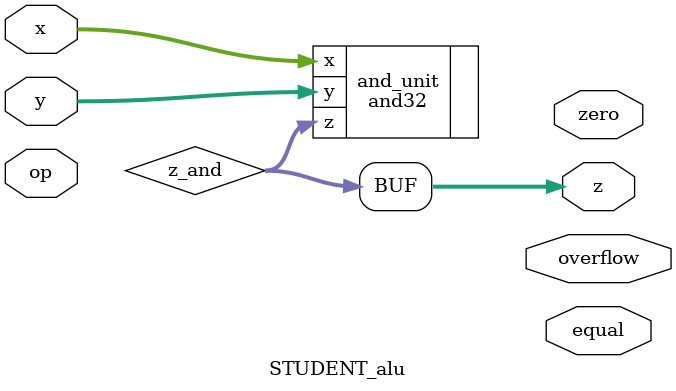
<source format=sv>
`include "alu.svh"

module STUDENT_alu
    (
        input logic [31:0] x,               // 1st input
        input logic [31:0] y,               // 2nd input
        input logic [2:0] op,               // 3-bit op code
        output logic [31:0] z,              // output
        output logic zero, equal, overflow  // flags
    );


    // TODO Part A -- 8:1 mux, AND, ADD (with ripple-carry adder), SUB, flags, SLT
    // mux is at the bottom of the file.

    // submodule outputs
    logic [31:0] z_and; 

    // AND
    and32 and_unit (.x(x), .y(y), .z(z_and));  // Note the syntax for inputs/outputs to the instantiated module.

    // ADD (RCA)
    // TODO: instantiate adder module

    // SUB
    // TODO: instantiate subtractor. Can you think of a way to implement the subtractor by reusing the adder module?

    // SLT
    // TODO: instantiate slt module


    // FLAGS
    // TODO: implement flag logic



    // TODO Part B -- SRL, SRA, SLL, ADD (with carry-lookahead adder)

    // SRL
    // TODO: instantiate srl module

    // SRA
    // TODO: instantiate sra module

    // SLL
    // TODO: instantiate sll module

    // ADD (CLA)
    // TODO: instantiate cla adder. Comment out the ripple-carry adder instantiation from Part A



    // MUX 8:1 to select the output z from the submodule outputs
    // The code given here only outputs z_and. How can you condition the output based on the operation?
    // Be sure to use the macros (such as `ALU_AND) for the op codes, as defined in alu.svh. 
    assign z = z_and;
    
endmodule

</source>
